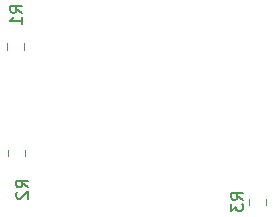
<source format=gbr>
G04 #@! TF.GenerationSoftware,KiCad,Pcbnew,(5.0.0-3-g5ebb6b6)*
G04 #@! TF.CreationDate,2019-05-02T12:54:19+02:00*
G04 #@! TF.ProjectId,Encoder assembly 2,456E636F64657220617373656D626C79,rev?*
G04 #@! TF.SameCoordinates,Original*
G04 #@! TF.FileFunction,Legend,Bot*
G04 #@! TF.FilePolarity,Positive*
%FSLAX46Y46*%
G04 Gerber Fmt 4.6, Leading zero omitted, Abs format (unit mm)*
G04 Created by KiCad (PCBNEW (5.0.0-3-g5ebb6b6)) date Thursday, 02 May 2019 at 12:54:19*
%MOMM*%
%LPD*%
G01*
G04 APERTURE LIST*
%ADD10C,0.120000*%
%ADD11C,0.150000*%
G04 APERTURE END LIST*
D10*
G04 #@! TO.C,R1*
X115790000Y-77991422D02*
X115790000Y-78508578D01*
X117210000Y-77991422D02*
X117210000Y-78508578D01*
G04 #@! TO.C,R2*
X115840000Y-87508578D02*
X115840000Y-86991422D01*
X117260000Y-87508578D02*
X117260000Y-86991422D01*
G04 #@! TO.C,R3*
X136240000Y-91128922D02*
X136240000Y-91646078D01*
X137660000Y-91128922D02*
X137660000Y-91646078D01*
G04 #@! TO.C,R1*
D11*
X117052380Y-75383333D02*
X116576190Y-75050000D01*
X117052380Y-74811904D02*
X116052380Y-74811904D01*
X116052380Y-75192857D01*
X116100000Y-75288095D01*
X116147619Y-75335714D01*
X116242857Y-75383333D01*
X116385714Y-75383333D01*
X116480952Y-75335714D01*
X116528571Y-75288095D01*
X116576190Y-75192857D01*
X116576190Y-74811904D01*
X117052380Y-76335714D02*
X117052380Y-75764285D01*
X117052380Y-76050000D02*
X116052380Y-76050000D01*
X116195238Y-75954761D01*
X116290476Y-75859523D01*
X116338095Y-75764285D01*
G04 #@! TO.C,R2*
X117552380Y-90183333D02*
X117076190Y-89850000D01*
X117552380Y-89611904D02*
X116552380Y-89611904D01*
X116552380Y-89992857D01*
X116600000Y-90088095D01*
X116647619Y-90135714D01*
X116742857Y-90183333D01*
X116885714Y-90183333D01*
X116980952Y-90135714D01*
X117028571Y-90088095D01*
X117076190Y-89992857D01*
X117076190Y-89611904D01*
X116647619Y-90564285D02*
X116600000Y-90611904D01*
X116552380Y-90707142D01*
X116552380Y-90945238D01*
X116600000Y-91040476D01*
X116647619Y-91088095D01*
X116742857Y-91135714D01*
X116838095Y-91135714D01*
X116980952Y-91088095D01*
X117552380Y-90516666D01*
X117552380Y-91135714D01*
G04 #@! TO.C,R3*
X135752380Y-91220833D02*
X135276190Y-90887500D01*
X135752380Y-90649404D02*
X134752380Y-90649404D01*
X134752380Y-91030357D01*
X134800000Y-91125595D01*
X134847619Y-91173214D01*
X134942857Y-91220833D01*
X135085714Y-91220833D01*
X135180952Y-91173214D01*
X135228571Y-91125595D01*
X135276190Y-91030357D01*
X135276190Y-90649404D01*
X134752380Y-91554166D02*
X134752380Y-92173214D01*
X135133333Y-91839880D01*
X135133333Y-91982738D01*
X135180952Y-92077976D01*
X135228571Y-92125595D01*
X135323809Y-92173214D01*
X135561904Y-92173214D01*
X135657142Y-92125595D01*
X135704761Y-92077976D01*
X135752380Y-91982738D01*
X135752380Y-91697023D01*
X135704761Y-91601785D01*
X135657142Y-91554166D01*
G04 #@! TD*
M02*

</source>
